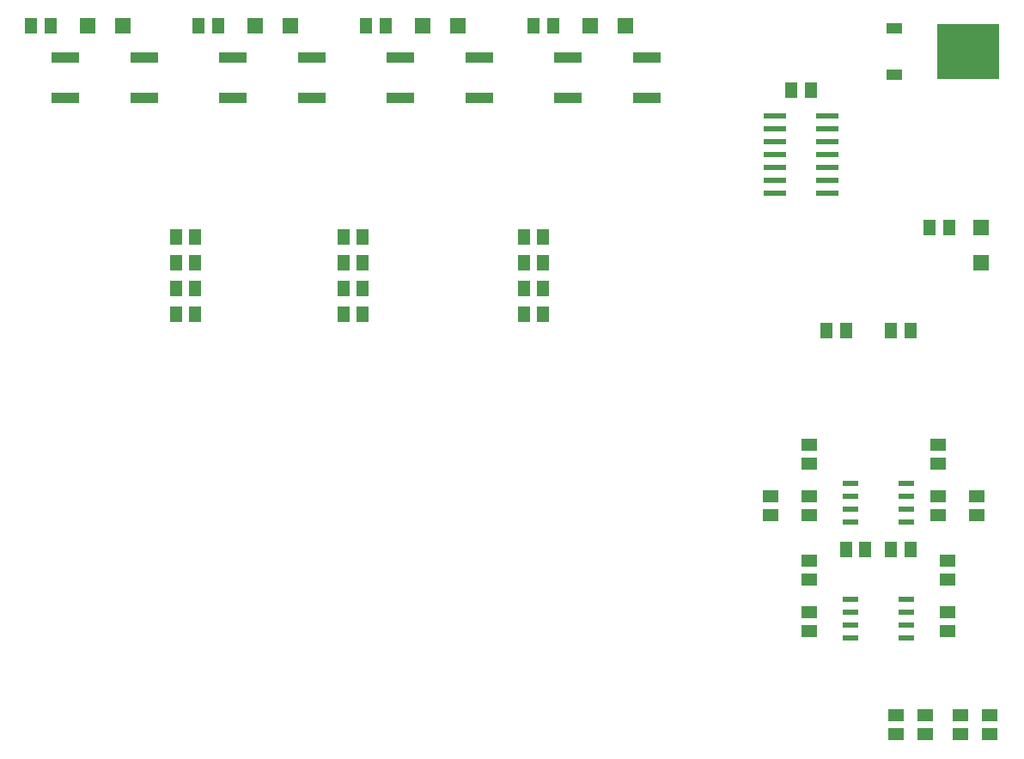
<source format=gbr>
G04 EAGLE Gerber RS-274X export*
G75*
%MOMM*%
%FSLAX34Y34*%
%LPD*%
%INSolderpaste Top*%
%IPPOS*%
%AMOC8*
5,1,8,0,0,1.08239X$1,22.5*%
G01*
%ADD10R,1.500000X1.300000*%
%ADD11R,1.500000X1.500000*%
%ADD12R,1.300000X1.600000*%
%ADD13R,1.600000X1.300000*%
%ADD14R,1.300000X1.500000*%
%ADD15R,1.500000X0.600000*%
%ADD16R,2.800000X1.000000*%
%ADD17R,2.200000X0.600000*%
%ADD18R,6.200000X5.400000*%
%ADD19R,1.600000X1.000000*%


D10*
X960400Y387300D03*
X960400Y368300D03*
X757200Y387300D03*
X757200Y368300D03*
X795300Y273000D03*
X795300Y254000D03*
X931900Y273000D03*
X931900Y254000D03*
X881100Y152450D03*
X881100Y171450D03*
X944600Y152450D03*
X944600Y171450D03*
D11*
X965200Y617500D03*
X965200Y652500D03*
D12*
X831800Y550900D03*
X812800Y550900D03*
D13*
X922300Y387300D03*
X922300Y368300D03*
X922300Y438100D03*
X922300Y419100D03*
X795300Y323800D03*
X795300Y304800D03*
X795300Y387300D03*
X795300Y368300D03*
X795300Y438100D03*
X795300Y419100D03*
X973100Y171400D03*
X973100Y152400D03*
D12*
X171500Y566700D03*
X190500Y566700D03*
X336600Y642900D03*
X355600Y642900D03*
X336600Y617500D03*
X355600Y617500D03*
X514400Y642900D03*
X533400Y642900D03*
X895300Y550900D03*
X876300Y550900D03*
X514400Y617500D03*
X533400Y617500D03*
X336600Y592100D03*
X355600Y592100D03*
X336600Y566700D03*
X355600Y566700D03*
X514400Y592100D03*
X533400Y592100D03*
X514400Y566700D03*
X533400Y566700D03*
D13*
X909600Y171400D03*
X909600Y152400D03*
D14*
X933400Y652500D03*
X914400Y652500D03*
D12*
X895300Y335000D03*
X876300Y335000D03*
X831900Y334290D03*
X850900Y334290D03*
D13*
X931900Y323800D03*
X931900Y304800D03*
D12*
X171500Y617500D03*
X190500Y617500D03*
X171500Y642900D03*
X190500Y642900D03*
X171500Y592100D03*
X190500Y592100D03*
D15*
X891100Y374650D03*
X836100Y374650D03*
X891100Y361950D03*
X891100Y387350D03*
X891100Y400050D03*
X836100Y361950D03*
X836100Y387350D03*
X836100Y400050D03*
X891100Y260350D03*
X836100Y260350D03*
X891100Y247650D03*
X891100Y273050D03*
X891100Y285750D03*
X836100Y247650D03*
X836100Y273050D03*
X836100Y285750D03*
D16*
X62600Y820100D03*
X62600Y780100D03*
X140600Y780100D03*
X140600Y820100D03*
X392800Y820100D03*
X392800Y780100D03*
X470800Y780100D03*
X470800Y820100D03*
X227700Y820100D03*
X227700Y780100D03*
X305700Y780100D03*
X305700Y820100D03*
D17*
X761400Y749300D03*
X761400Y685800D03*
X761400Y762000D03*
X761400Y736600D03*
X761400Y723900D03*
X813400Y685800D03*
X761400Y698500D03*
X761400Y711200D03*
X813400Y698500D03*
X813400Y711200D03*
X813400Y723900D03*
X813400Y736600D03*
X813400Y749300D03*
X813400Y762000D03*
D16*
X557900Y820100D03*
X557900Y780100D03*
X635900Y780100D03*
X635900Y820100D03*
D18*
X952100Y825500D03*
D19*
X879100Y848300D03*
X879100Y802700D03*
D14*
X777900Y787400D03*
X796900Y787400D03*
D11*
X119100Y850900D03*
X84100Y850900D03*
X284200Y850900D03*
X249200Y850900D03*
X449300Y850900D03*
X414300Y850900D03*
X614400Y850900D03*
X579400Y850900D03*
D12*
X47600Y850900D03*
X28600Y850900D03*
X212700Y850900D03*
X193700Y850900D03*
X377800Y850900D03*
X358800Y850900D03*
X542900Y850900D03*
X523900Y850900D03*
M02*

</source>
